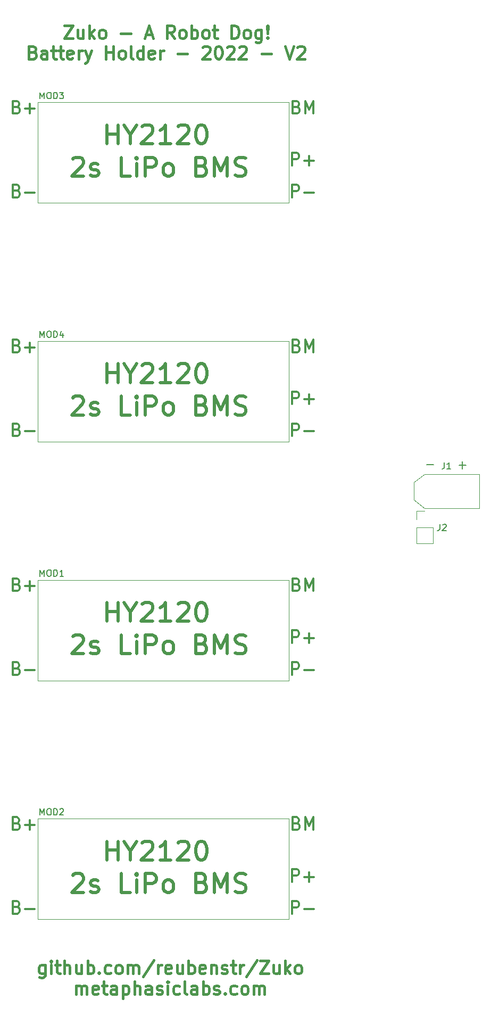
<source format=gbr>
%TF.GenerationSoftware,KiCad,Pcbnew,(6.0.1)*%
%TF.CreationDate,2022-02-05T20:25:37-05:00*%
%TF.ProjectId,battery-board,62617474-6572-4792-9d62-6f6172642e6b,rev?*%
%TF.SameCoordinates,Original*%
%TF.FileFunction,Legend,Top*%
%TF.FilePolarity,Positive*%
%FSLAX46Y46*%
G04 Gerber Fmt 4.6, Leading zero omitted, Abs format (unit mm)*
G04 Created by KiCad (PCBNEW (6.0.1)) date 2022-02-05 20:25:37*
%MOMM*%
%LPD*%
G01*
G04 APERTURE LIST*
%ADD10C,0.381000*%
%ADD11C,0.150000*%
%ADD12C,0.300000*%
%ADD13C,0.500000*%
%ADD14C,0.120000*%
G04 APERTURE END LIST*
D10*
X28617047Y-152414571D02*
X28617047Y-154059523D01*
X28520285Y-154253047D01*
X28423523Y-154349809D01*
X28229999Y-154446571D01*
X27939714Y-154446571D01*
X27746190Y-154349809D01*
X28617047Y-153672476D02*
X28423523Y-153769238D01*
X28036476Y-153769238D01*
X27842952Y-153672476D01*
X27746190Y-153575714D01*
X27649428Y-153382190D01*
X27649428Y-152801619D01*
X27746190Y-152608095D01*
X27842952Y-152511333D01*
X28036476Y-152414571D01*
X28423523Y-152414571D01*
X28617047Y-152511333D01*
X29584666Y-153769238D02*
X29584666Y-152414571D01*
X29584666Y-151737238D02*
X29487904Y-151834000D01*
X29584666Y-151930761D01*
X29681428Y-151834000D01*
X29584666Y-151737238D01*
X29584666Y-151930761D01*
X30261999Y-152414571D02*
X31036095Y-152414571D01*
X30552285Y-151737238D02*
X30552285Y-153478952D01*
X30649047Y-153672476D01*
X30842571Y-153769238D01*
X31036095Y-153769238D01*
X31713428Y-153769238D02*
X31713428Y-151737238D01*
X32584285Y-153769238D02*
X32584285Y-152704857D01*
X32487523Y-152511333D01*
X32293999Y-152414571D01*
X32003714Y-152414571D01*
X31810190Y-152511333D01*
X31713428Y-152608095D01*
X34422761Y-152414571D02*
X34422761Y-153769238D01*
X33551904Y-152414571D02*
X33551904Y-153478952D01*
X33648666Y-153672476D01*
X33842190Y-153769238D01*
X34132476Y-153769238D01*
X34325999Y-153672476D01*
X34422761Y-153575714D01*
X35390380Y-153769238D02*
X35390380Y-151737238D01*
X35390380Y-152511333D02*
X35583904Y-152414571D01*
X35970952Y-152414571D01*
X36164476Y-152511333D01*
X36261238Y-152608095D01*
X36357999Y-152801619D01*
X36357999Y-153382190D01*
X36261238Y-153575714D01*
X36164476Y-153672476D01*
X35970952Y-153769238D01*
X35583904Y-153769238D01*
X35390380Y-153672476D01*
X37228857Y-153575714D02*
X37325619Y-153672476D01*
X37228857Y-153769238D01*
X37132095Y-153672476D01*
X37228857Y-153575714D01*
X37228857Y-153769238D01*
X39067333Y-153672476D02*
X38873809Y-153769238D01*
X38486761Y-153769238D01*
X38293238Y-153672476D01*
X38196476Y-153575714D01*
X38099714Y-153382190D01*
X38099714Y-152801619D01*
X38196476Y-152608095D01*
X38293238Y-152511333D01*
X38486761Y-152414571D01*
X38873809Y-152414571D01*
X39067333Y-152511333D01*
X40228476Y-153769238D02*
X40034952Y-153672476D01*
X39938190Y-153575714D01*
X39841428Y-153382190D01*
X39841428Y-152801619D01*
X39938190Y-152608095D01*
X40034952Y-152511333D01*
X40228476Y-152414571D01*
X40518761Y-152414571D01*
X40712285Y-152511333D01*
X40809047Y-152608095D01*
X40905809Y-152801619D01*
X40905809Y-153382190D01*
X40809047Y-153575714D01*
X40712285Y-153672476D01*
X40518761Y-153769238D01*
X40228476Y-153769238D01*
X41776666Y-153769238D02*
X41776666Y-152414571D01*
X41776666Y-152608095D02*
X41873428Y-152511333D01*
X42066952Y-152414571D01*
X42357238Y-152414571D01*
X42550761Y-152511333D01*
X42647523Y-152704857D01*
X42647523Y-153769238D01*
X42647523Y-152704857D02*
X42744285Y-152511333D01*
X42937809Y-152414571D01*
X43228095Y-152414571D01*
X43421619Y-152511333D01*
X43518380Y-152704857D01*
X43518380Y-153769238D01*
X45937428Y-151640476D02*
X44195714Y-154253047D01*
X46614761Y-153769238D02*
X46614761Y-152414571D01*
X46614761Y-152801619D02*
X46711523Y-152608095D01*
X46808285Y-152511333D01*
X47001809Y-152414571D01*
X47195333Y-152414571D01*
X48646761Y-153672476D02*
X48453238Y-153769238D01*
X48066190Y-153769238D01*
X47872666Y-153672476D01*
X47775904Y-153478952D01*
X47775904Y-152704857D01*
X47872666Y-152511333D01*
X48066190Y-152414571D01*
X48453238Y-152414571D01*
X48646761Y-152511333D01*
X48743523Y-152704857D01*
X48743523Y-152898380D01*
X47775904Y-153091904D01*
X50485238Y-152414571D02*
X50485238Y-153769238D01*
X49614380Y-152414571D02*
X49614380Y-153478952D01*
X49711142Y-153672476D01*
X49904666Y-153769238D01*
X50194952Y-153769238D01*
X50388476Y-153672476D01*
X50485238Y-153575714D01*
X51452857Y-153769238D02*
X51452857Y-151737238D01*
X51452857Y-152511333D02*
X51646380Y-152414571D01*
X52033428Y-152414571D01*
X52226952Y-152511333D01*
X52323714Y-152608095D01*
X52420476Y-152801619D01*
X52420476Y-153382190D01*
X52323714Y-153575714D01*
X52226952Y-153672476D01*
X52033428Y-153769238D01*
X51646380Y-153769238D01*
X51452857Y-153672476D01*
X54065428Y-153672476D02*
X53871904Y-153769238D01*
X53484857Y-153769238D01*
X53291333Y-153672476D01*
X53194571Y-153478952D01*
X53194571Y-152704857D01*
X53291333Y-152511333D01*
X53484857Y-152414571D01*
X53871904Y-152414571D01*
X54065428Y-152511333D01*
X54162190Y-152704857D01*
X54162190Y-152898380D01*
X53194571Y-153091904D01*
X55033047Y-152414571D02*
X55033047Y-153769238D01*
X55033047Y-152608095D02*
X55129809Y-152511333D01*
X55323333Y-152414571D01*
X55613619Y-152414571D01*
X55807142Y-152511333D01*
X55903904Y-152704857D01*
X55903904Y-153769238D01*
X56774761Y-153672476D02*
X56968285Y-153769238D01*
X57355333Y-153769238D01*
X57548857Y-153672476D01*
X57645619Y-153478952D01*
X57645619Y-153382190D01*
X57548857Y-153188666D01*
X57355333Y-153091904D01*
X57065047Y-153091904D01*
X56871523Y-152995142D01*
X56774761Y-152801619D01*
X56774761Y-152704857D01*
X56871523Y-152511333D01*
X57065047Y-152414571D01*
X57355333Y-152414571D01*
X57548857Y-152511333D01*
X58226190Y-152414571D02*
X59000285Y-152414571D01*
X58516476Y-151737238D02*
X58516476Y-153478952D01*
X58613238Y-153672476D01*
X58806761Y-153769238D01*
X59000285Y-153769238D01*
X59677619Y-153769238D02*
X59677619Y-152414571D01*
X59677619Y-152801619D02*
X59774380Y-152608095D01*
X59871142Y-152511333D01*
X60064666Y-152414571D01*
X60258190Y-152414571D01*
X62386952Y-151640476D02*
X60645238Y-154253047D01*
X62870761Y-151737238D02*
X64225428Y-151737238D01*
X62870761Y-153769238D01*
X64225428Y-153769238D01*
X65870380Y-152414571D02*
X65870380Y-153769238D01*
X64999523Y-152414571D02*
X64999523Y-153478952D01*
X65096285Y-153672476D01*
X65289809Y-153769238D01*
X65580095Y-153769238D01*
X65773619Y-153672476D01*
X65870380Y-153575714D01*
X66837999Y-153769238D02*
X66837999Y-151737238D01*
X67031523Y-152995142D02*
X67612095Y-153769238D01*
X67612095Y-152414571D02*
X66837999Y-153188666D01*
X68773238Y-153769238D02*
X68579714Y-153672476D01*
X68482952Y-153575714D01*
X68386190Y-153382190D01*
X68386190Y-152801619D01*
X68482952Y-152608095D01*
X68579714Y-152511333D01*
X68773238Y-152414571D01*
X69063523Y-152414571D01*
X69257047Y-152511333D01*
X69353809Y-152608095D01*
X69450571Y-152801619D01*
X69450571Y-153382190D01*
X69353809Y-153575714D01*
X69257047Y-153672476D01*
X69063523Y-153769238D01*
X68773238Y-153769238D01*
X33551904Y-157040758D02*
X33551904Y-155686091D01*
X33551904Y-155879615D02*
X33648666Y-155782853D01*
X33842190Y-155686091D01*
X34132476Y-155686091D01*
X34326000Y-155782853D01*
X34422761Y-155976377D01*
X34422761Y-157040758D01*
X34422761Y-155976377D02*
X34519523Y-155782853D01*
X34713047Y-155686091D01*
X35003333Y-155686091D01*
X35196857Y-155782853D01*
X35293619Y-155976377D01*
X35293619Y-157040758D01*
X37035333Y-156943996D02*
X36841809Y-157040758D01*
X36454761Y-157040758D01*
X36261238Y-156943996D01*
X36164476Y-156750472D01*
X36164476Y-155976377D01*
X36261238Y-155782853D01*
X36454761Y-155686091D01*
X36841809Y-155686091D01*
X37035333Y-155782853D01*
X37132095Y-155976377D01*
X37132095Y-156169900D01*
X36164476Y-156363424D01*
X37712666Y-155686091D02*
X38486761Y-155686091D01*
X38002952Y-155008758D02*
X38002952Y-156750472D01*
X38099714Y-156943996D01*
X38293238Y-157040758D01*
X38486761Y-157040758D01*
X40034952Y-157040758D02*
X40034952Y-155976377D01*
X39938190Y-155782853D01*
X39744666Y-155686091D01*
X39357619Y-155686091D01*
X39164095Y-155782853D01*
X40034952Y-156943996D02*
X39841428Y-157040758D01*
X39357619Y-157040758D01*
X39164095Y-156943996D01*
X39067333Y-156750472D01*
X39067333Y-156556948D01*
X39164095Y-156363424D01*
X39357619Y-156266662D01*
X39841428Y-156266662D01*
X40034952Y-156169900D01*
X41002571Y-155686091D02*
X41002571Y-157718091D01*
X41002571Y-155782853D02*
X41196095Y-155686091D01*
X41583142Y-155686091D01*
X41776666Y-155782853D01*
X41873428Y-155879615D01*
X41970190Y-156073139D01*
X41970190Y-156653710D01*
X41873428Y-156847234D01*
X41776666Y-156943996D01*
X41583142Y-157040758D01*
X41196095Y-157040758D01*
X41002571Y-156943996D01*
X42841047Y-157040758D02*
X42841047Y-155008758D01*
X43711904Y-157040758D02*
X43711904Y-155976377D01*
X43615142Y-155782853D01*
X43421619Y-155686091D01*
X43131333Y-155686091D01*
X42937809Y-155782853D01*
X42841047Y-155879615D01*
X45550380Y-157040758D02*
X45550380Y-155976377D01*
X45453619Y-155782853D01*
X45260095Y-155686091D01*
X44873047Y-155686091D01*
X44679523Y-155782853D01*
X45550380Y-156943996D02*
X45356857Y-157040758D01*
X44873047Y-157040758D01*
X44679523Y-156943996D01*
X44582761Y-156750472D01*
X44582761Y-156556948D01*
X44679523Y-156363424D01*
X44873047Y-156266662D01*
X45356857Y-156266662D01*
X45550380Y-156169900D01*
X46421238Y-156943996D02*
X46614761Y-157040758D01*
X47001809Y-157040758D01*
X47195333Y-156943996D01*
X47292095Y-156750472D01*
X47292095Y-156653710D01*
X47195333Y-156460186D01*
X47001809Y-156363424D01*
X46711523Y-156363424D01*
X46518000Y-156266662D01*
X46421238Y-156073139D01*
X46421238Y-155976377D01*
X46518000Y-155782853D01*
X46711523Y-155686091D01*
X47001809Y-155686091D01*
X47195333Y-155782853D01*
X48162952Y-157040758D02*
X48162952Y-155686091D01*
X48162952Y-155008758D02*
X48066190Y-155105520D01*
X48162952Y-155202281D01*
X48259714Y-155105520D01*
X48162952Y-155008758D01*
X48162952Y-155202281D01*
X50001428Y-156943996D02*
X49807904Y-157040758D01*
X49420857Y-157040758D01*
X49227333Y-156943996D01*
X49130571Y-156847234D01*
X49033809Y-156653710D01*
X49033809Y-156073139D01*
X49130571Y-155879615D01*
X49227333Y-155782853D01*
X49420857Y-155686091D01*
X49807904Y-155686091D01*
X50001428Y-155782853D01*
X51162571Y-157040758D02*
X50969047Y-156943996D01*
X50872285Y-156750472D01*
X50872285Y-155008758D01*
X52807523Y-157040758D02*
X52807523Y-155976377D01*
X52710761Y-155782853D01*
X52517238Y-155686091D01*
X52130190Y-155686091D01*
X51936666Y-155782853D01*
X52807523Y-156943996D02*
X52614000Y-157040758D01*
X52130190Y-157040758D01*
X51936666Y-156943996D01*
X51839904Y-156750472D01*
X51839904Y-156556948D01*
X51936666Y-156363424D01*
X52130190Y-156266662D01*
X52614000Y-156266662D01*
X52807523Y-156169900D01*
X53775142Y-157040758D02*
X53775142Y-155008758D01*
X53775142Y-155782853D02*
X53968666Y-155686091D01*
X54355714Y-155686091D01*
X54549238Y-155782853D01*
X54646000Y-155879615D01*
X54742761Y-156073139D01*
X54742761Y-156653710D01*
X54646000Y-156847234D01*
X54549238Y-156943996D01*
X54355714Y-157040758D01*
X53968666Y-157040758D01*
X53775142Y-156943996D01*
X55516857Y-156943996D02*
X55710380Y-157040758D01*
X56097428Y-157040758D01*
X56290952Y-156943996D01*
X56387714Y-156750472D01*
X56387714Y-156653710D01*
X56290952Y-156460186D01*
X56097428Y-156363424D01*
X55807142Y-156363424D01*
X55613619Y-156266662D01*
X55516857Y-156073139D01*
X55516857Y-155976377D01*
X55613619Y-155782853D01*
X55807142Y-155686091D01*
X56097428Y-155686091D01*
X56290952Y-155782853D01*
X57258571Y-156847234D02*
X57355333Y-156943996D01*
X57258571Y-157040758D01*
X57161809Y-156943996D01*
X57258571Y-156847234D01*
X57258571Y-157040758D01*
X59097047Y-156943996D02*
X58903523Y-157040758D01*
X58516476Y-157040758D01*
X58322952Y-156943996D01*
X58226190Y-156847234D01*
X58129428Y-156653710D01*
X58129428Y-156073139D01*
X58226190Y-155879615D01*
X58322952Y-155782853D01*
X58516476Y-155686091D01*
X58903523Y-155686091D01*
X59097047Y-155782853D01*
X60258190Y-157040758D02*
X60064666Y-156943996D01*
X59967904Y-156847234D01*
X59871142Y-156653710D01*
X59871142Y-156073139D01*
X59967904Y-155879615D01*
X60064666Y-155782853D01*
X60258190Y-155686091D01*
X60548476Y-155686091D01*
X60742000Y-155782853D01*
X60838761Y-155879615D01*
X60935523Y-156073139D01*
X60935523Y-156653710D01*
X60838761Y-156847234D01*
X60742000Y-156943996D01*
X60548476Y-157040758D01*
X60258190Y-157040758D01*
X61806380Y-157040758D02*
X61806380Y-155686091D01*
X61806380Y-155879615D02*
X61903142Y-155782853D01*
X62096666Y-155686091D01*
X62386952Y-155686091D01*
X62580476Y-155782853D01*
X62677238Y-155976377D01*
X62677238Y-157040758D01*
X62677238Y-155976377D02*
X62774000Y-155782853D01*
X62967523Y-155686091D01*
X63257809Y-155686091D01*
X63451333Y-155782853D01*
X63548095Y-155976377D01*
X63548095Y-157040758D01*
X31694000Y-2951478D02*
X33048666Y-2951478D01*
X31694000Y-4983478D01*
X33048666Y-4983478D01*
X34693619Y-3628811D02*
X34693619Y-4983478D01*
X33822761Y-3628811D02*
X33822761Y-4693192D01*
X33919523Y-4886716D01*
X34113047Y-4983478D01*
X34403333Y-4983478D01*
X34596857Y-4886716D01*
X34693619Y-4789954D01*
X35661238Y-4983478D02*
X35661238Y-2951478D01*
X35854761Y-4209382D02*
X36435333Y-4983478D01*
X36435333Y-3628811D02*
X35661238Y-4402906D01*
X37596476Y-4983478D02*
X37402952Y-4886716D01*
X37306190Y-4789954D01*
X37209428Y-4596430D01*
X37209428Y-4015859D01*
X37306190Y-3822335D01*
X37402952Y-3725573D01*
X37596476Y-3628811D01*
X37886761Y-3628811D01*
X38080285Y-3725573D01*
X38177047Y-3822335D01*
X38273809Y-4015859D01*
X38273809Y-4596430D01*
X38177047Y-4789954D01*
X38080285Y-4886716D01*
X37886761Y-4983478D01*
X37596476Y-4983478D01*
X40692857Y-4209382D02*
X42241047Y-4209382D01*
X44660095Y-4402906D02*
X45627714Y-4402906D01*
X44466571Y-4983478D02*
X45143904Y-2951478D01*
X45821238Y-4983478D01*
X49207904Y-4983478D02*
X48530571Y-4015859D01*
X48046761Y-4983478D02*
X48046761Y-2951478D01*
X48820857Y-2951478D01*
X49014380Y-3048240D01*
X49111142Y-3145001D01*
X49207904Y-3338525D01*
X49207904Y-3628811D01*
X49111142Y-3822335D01*
X49014380Y-3919097D01*
X48820857Y-4015859D01*
X48046761Y-4015859D01*
X50369047Y-4983478D02*
X50175523Y-4886716D01*
X50078761Y-4789954D01*
X49982000Y-4596430D01*
X49982000Y-4015859D01*
X50078761Y-3822335D01*
X50175523Y-3725573D01*
X50369047Y-3628811D01*
X50659333Y-3628811D01*
X50852857Y-3725573D01*
X50949619Y-3822335D01*
X51046380Y-4015859D01*
X51046380Y-4596430D01*
X50949619Y-4789954D01*
X50852857Y-4886716D01*
X50659333Y-4983478D01*
X50369047Y-4983478D01*
X51917238Y-4983478D02*
X51917238Y-2951478D01*
X51917238Y-3725573D02*
X52110761Y-3628811D01*
X52497809Y-3628811D01*
X52691333Y-3725573D01*
X52788095Y-3822335D01*
X52884857Y-4015859D01*
X52884857Y-4596430D01*
X52788095Y-4789954D01*
X52691333Y-4886716D01*
X52497809Y-4983478D01*
X52110761Y-4983478D01*
X51917238Y-4886716D01*
X54046000Y-4983478D02*
X53852476Y-4886716D01*
X53755714Y-4789954D01*
X53658952Y-4596430D01*
X53658952Y-4015859D01*
X53755714Y-3822335D01*
X53852476Y-3725573D01*
X54046000Y-3628811D01*
X54336285Y-3628811D01*
X54529809Y-3725573D01*
X54626571Y-3822335D01*
X54723333Y-4015859D01*
X54723333Y-4596430D01*
X54626571Y-4789954D01*
X54529809Y-4886716D01*
X54336285Y-4983478D01*
X54046000Y-4983478D01*
X55303904Y-3628811D02*
X56078000Y-3628811D01*
X55594190Y-2951478D02*
X55594190Y-4693192D01*
X55690952Y-4886716D01*
X55884476Y-4983478D01*
X56078000Y-4983478D01*
X58303523Y-4983478D02*
X58303523Y-2951478D01*
X58787333Y-2951478D01*
X59077619Y-3048240D01*
X59271142Y-3241763D01*
X59367904Y-3435287D01*
X59464666Y-3822335D01*
X59464666Y-4112620D01*
X59367904Y-4499668D01*
X59271142Y-4693192D01*
X59077619Y-4886716D01*
X58787333Y-4983478D01*
X58303523Y-4983478D01*
X60625809Y-4983478D02*
X60432285Y-4886716D01*
X60335523Y-4789954D01*
X60238761Y-4596430D01*
X60238761Y-4015859D01*
X60335523Y-3822335D01*
X60432285Y-3725573D01*
X60625809Y-3628811D01*
X60916095Y-3628811D01*
X61109619Y-3725573D01*
X61206380Y-3822335D01*
X61303142Y-4015859D01*
X61303142Y-4596430D01*
X61206380Y-4789954D01*
X61109619Y-4886716D01*
X60916095Y-4983478D01*
X60625809Y-4983478D01*
X63044857Y-3628811D02*
X63044857Y-5273763D01*
X62948095Y-5467287D01*
X62851333Y-5564049D01*
X62657809Y-5660811D01*
X62367523Y-5660811D01*
X62174000Y-5564049D01*
X63044857Y-4886716D02*
X62851333Y-4983478D01*
X62464285Y-4983478D01*
X62270761Y-4886716D01*
X62174000Y-4789954D01*
X62077238Y-4596430D01*
X62077238Y-4015859D01*
X62174000Y-3822335D01*
X62270761Y-3725573D01*
X62464285Y-3628811D01*
X62851333Y-3628811D01*
X63044857Y-3725573D01*
X64012476Y-4789954D02*
X64109238Y-4886716D01*
X64012476Y-4983478D01*
X63915714Y-4886716D01*
X64012476Y-4789954D01*
X64012476Y-4983478D01*
X64012476Y-4209382D02*
X63915714Y-3048240D01*
X64012476Y-2951478D01*
X64109238Y-3048240D01*
X64012476Y-4209382D01*
X64012476Y-2951478D01*
X26710761Y-7190617D02*
X27001047Y-7287379D01*
X27097809Y-7384140D01*
X27194571Y-7577664D01*
X27194571Y-7867950D01*
X27097809Y-8061474D01*
X27001047Y-8158236D01*
X26807523Y-8254998D01*
X26033428Y-8254998D01*
X26033428Y-6222998D01*
X26710761Y-6222998D01*
X26904285Y-6319760D01*
X27001047Y-6416521D01*
X27097809Y-6610045D01*
X27097809Y-6803569D01*
X27001047Y-6997093D01*
X26904285Y-7093855D01*
X26710761Y-7190617D01*
X26033428Y-7190617D01*
X28936285Y-8254998D02*
X28936285Y-7190617D01*
X28839523Y-6997093D01*
X28645999Y-6900331D01*
X28258952Y-6900331D01*
X28065428Y-6997093D01*
X28936285Y-8158236D02*
X28742761Y-8254998D01*
X28258952Y-8254998D01*
X28065428Y-8158236D01*
X27968666Y-7964712D01*
X27968666Y-7771188D01*
X28065428Y-7577664D01*
X28258952Y-7480902D01*
X28742761Y-7480902D01*
X28936285Y-7384140D01*
X29613619Y-6900331D02*
X30387714Y-6900331D01*
X29903904Y-6222998D02*
X29903904Y-7964712D01*
X30000666Y-8158236D01*
X30194190Y-8254998D01*
X30387714Y-8254998D01*
X30774761Y-6900331D02*
X31548857Y-6900331D01*
X31065047Y-6222998D02*
X31065047Y-7964712D01*
X31161809Y-8158236D01*
X31355333Y-8254998D01*
X31548857Y-8254998D01*
X33000285Y-8158236D02*
X32806761Y-8254998D01*
X32419714Y-8254998D01*
X32226190Y-8158236D01*
X32129428Y-7964712D01*
X32129428Y-7190617D01*
X32226190Y-6997093D01*
X32419714Y-6900331D01*
X32806761Y-6900331D01*
X33000285Y-6997093D01*
X33097047Y-7190617D01*
X33097047Y-7384140D01*
X32129428Y-7577664D01*
X33967904Y-8254998D02*
X33967904Y-6900331D01*
X33967904Y-7287379D02*
X34064666Y-7093855D01*
X34161428Y-6997093D01*
X34354952Y-6900331D01*
X34548476Y-6900331D01*
X35032285Y-6900331D02*
X35516095Y-8254998D01*
X35999904Y-6900331D02*
X35516095Y-8254998D01*
X35322571Y-8738807D01*
X35225809Y-8835569D01*
X35032285Y-8932331D01*
X38322190Y-8254998D02*
X38322190Y-6222998D01*
X38322190Y-7190617D02*
X39483333Y-7190617D01*
X39483333Y-8254998D02*
X39483333Y-6222998D01*
X40741238Y-8254998D02*
X40547714Y-8158236D01*
X40450952Y-8061474D01*
X40354190Y-7867950D01*
X40354190Y-7287379D01*
X40450952Y-7093855D01*
X40547714Y-6997093D01*
X40741238Y-6900331D01*
X41031523Y-6900331D01*
X41225047Y-6997093D01*
X41321809Y-7093855D01*
X41418571Y-7287379D01*
X41418571Y-7867950D01*
X41321809Y-8061474D01*
X41225047Y-8158236D01*
X41031523Y-8254998D01*
X40741238Y-8254998D01*
X42579714Y-8254998D02*
X42386190Y-8158236D01*
X42289428Y-7964712D01*
X42289428Y-6222998D01*
X44224666Y-8254998D02*
X44224666Y-6222998D01*
X44224666Y-8158236D02*
X44031142Y-8254998D01*
X43644095Y-8254998D01*
X43450571Y-8158236D01*
X43353809Y-8061474D01*
X43257047Y-7867950D01*
X43257047Y-7287379D01*
X43353809Y-7093855D01*
X43450571Y-6997093D01*
X43644095Y-6900331D01*
X44031142Y-6900331D01*
X44224666Y-6997093D01*
X45966380Y-8158236D02*
X45772857Y-8254998D01*
X45385809Y-8254998D01*
X45192285Y-8158236D01*
X45095523Y-7964712D01*
X45095523Y-7190617D01*
X45192285Y-6997093D01*
X45385809Y-6900331D01*
X45772857Y-6900331D01*
X45966380Y-6997093D01*
X46063142Y-7190617D01*
X46063142Y-7384140D01*
X45095523Y-7577664D01*
X46934000Y-8254998D02*
X46934000Y-6900331D01*
X46934000Y-7287379D02*
X47030761Y-7093855D01*
X47127523Y-6997093D01*
X47321047Y-6900331D01*
X47514571Y-6900331D01*
X49740095Y-7480902D02*
X51288285Y-7480902D01*
X53707333Y-6416521D02*
X53804095Y-6319760D01*
X53997619Y-6222998D01*
X54481428Y-6222998D01*
X54674952Y-6319760D01*
X54771714Y-6416521D01*
X54868476Y-6610045D01*
X54868476Y-6803569D01*
X54771714Y-7093855D01*
X53610571Y-8254998D01*
X54868476Y-8254998D01*
X56126380Y-6222998D02*
X56319904Y-6222998D01*
X56513428Y-6319760D01*
X56610190Y-6416521D01*
X56706952Y-6610045D01*
X56803714Y-6997093D01*
X56803714Y-7480902D01*
X56706952Y-7867950D01*
X56610190Y-8061474D01*
X56513428Y-8158236D01*
X56319904Y-8254998D01*
X56126380Y-8254998D01*
X55932857Y-8158236D01*
X55836095Y-8061474D01*
X55739333Y-7867950D01*
X55642571Y-7480902D01*
X55642571Y-6997093D01*
X55739333Y-6610045D01*
X55836095Y-6416521D01*
X55932857Y-6319760D01*
X56126380Y-6222998D01*
X57577809Y-6416521D02*
X57674571Y-6319760D01*
X57868095Y-6222998D01*
X58351904Y-6222998D01*
X58545428Y-6319760D01*
X58642190Y-6416521D01*
X58738952Y-6610045D01*
X58738952Y-6803569D01*
X58642190Y-7093855D01*
X57481047Y-8254998D01*
X58738952Y-8254998D01*
X59513047Y-6416521D02*
X59609809Y-6319760D01*
X59803333Y-6222998D01*
X60287142Y-6222998D01*
X60480666Y-6319760D01*
X60577428Y-6416521D01*
X60674190Y-6610045D01*
X60674190Y-6803569D01*
X60577428Y-7093855D01*
X59416285Y-8254998D01*
X60674190Y-8254998D01*
X63093238Y-7480902D02*
X64641428Y-7480902D01*
X66866952Y-6222998D02*
X67544285Y-8254998D01*
X68221619Y-6222998D01*
X68802190Y-6416521D02*
X68898952Y-6319760D01*
X69092476Y-6222998D01*
X69576285Y-6222998D01*
X69769809Y-6319760D01*
X69866571Y-6416521D01*
X69963333Y-6610045D01*
X69963333Y-6803569D01*
X69866571Y-7093855D01*
X68705428Y-8254998D01*
X69963333Y-8254998D01*
D11*
%TO.C,MOD3*%
X27836665Y-14579880D02*
X27836665Y-13579880D01*
X28169999Y-14294166D01*
X28503332Y-13579880D01*
X28503332Y-14579880D01*
X29169999Y-13579880D02*
X29360475Y-13579880D01*
X29455713Y-13627500D01*
X29550951Y-13722738D01*
X29598570Y-13913214D01*
X29598570Y-14246547D01*
X29550951Y-14437023D01*
X29455713Y-14532261D01*
X29360475Y-14579880D01*
X29169999Y-14579880D01*
X29074760Y-14532261D01*
X28979522Y-14437023D01*
X28931903Y-14246547D01*
X28931903Y-13913214D01*
X28979522Y-13722738D01*
X29074760Y-13627500D01*
X29169999Y-13579880D01*
X30027141Y-14579880D02*
X30027141Y-13579880D01*
X30265237Y-13579880D01*
X30408094Y-13627500D01*
X30503332Y-13722738D01*
X30550951Y-13817976D01*
X30598570Y-14008452D01*
X30598570Y-14151309D01*
X30550951Y-14341785D01*
X30503332Y-14437023D01*
X30408094Y-14532261D01*
X30265237Y-14579880D01*
X30027141Y-14579880D01*
X30931903Y-13579880D02*
X31550951Y-13579880D01*
X31217618Y-13960833D01*
X31360475Y-13960833D01*
X31455713Y-14008452D01*
X31503332Y-14056071D01*
X31550951Y-14151309D01*
X31550951Y-14389404D01*
X31503332Y-14484642D01*
X31455713Y-14532261D01*
X31360475Y-14579880D01*
X31074760Y-14579880D01*
X30979522Y-14532261D01*
X30931903Y-14484642D01*
D12*
X68674999Y-15889642D02*
X68960713Y-15984880D01*
X69055951Y-16080119D01*
X69151189Y-16270595D01*
X69151189Y-16556309D01*
X69055951Y-16746785D01*
X68960713Y-16842023D01*
X68770237Y-16937261D01*
X68008332Y-16937261D01*
X68008332Y-14937261D01*
X68674999Y-14937261D01*
X68865475Y-15032500D01*
X68960713Y-15127738D01*
X69055951Y-15318214D01*
X69055951Y-15508690D01*
X68960713Y-15699166D01*
X68865475Y-15794404D01*
X68674999Y-15889642D01*
X68008332Y-15889642D01*
X70008332Y-16937261D02*
X70008332Y-14937261D01*
X70674999Y-16365833D01*
X71341665Y-14937261D01*
X71341665Y-16937261D01*
D13*
X38500656Y-21758442D02*
X38500656Y-18758442D01*
X38500656Y-20187014D02*
X40214941Y-20187014D01*
X40214941Y-21758442D02*
X40214941Y-18758442D01*
X42214941Y-20329871D02*
X42214941Y-21758442D01*
X41214941Y-18758442D02*
X42214941Y-20329871D01*
X43214941Y-18758442D01*
X44072084Y-19044157D02*
X44214941Y-18901300D01*
X44500656Y-18758442D01*
X45214941Y-18758442D01*
X45500656Y-18901300D01*
X45643513Y-19044157D01*
X45786370Y-19329871D01*
X45786370Y-19615585D01*
X45643513Y-20044157D01*
X43929227Y-21758442D01*
X45786370Y-21758442D01*
X48643513Y-21758442D02*
X46929227Y-21758442D01*
X47786370Y-21758442D02*
X47786370Y-18758442D01*
X47500656Y-19187014D01*
X47214941Y-19472728D01*
X46929227Y-19615585D01*
X49786370Y-19044157D02*
X49929227Y-18901300D01*
X50214941Y-18758442D01*
X50929227Y-18758442D01*
X51214941Y-18901300D01*
X51357799Y-19044157D01*
X51500656Y-19329871D01*
X51500656Y-19615585D01*
X51357799Y-20044157D01*
X49643513Y-21758442D01*
X51500656Y-21758442D01*
X53357799Y-18758442D02*
X53643513Y-18758442D01*
X53929227Y-18901300D01*
X54072084Y-19044157D01*
X54214941Y-19329871D01*
X54357799Y-19901300D01*
X54357799Y-20615585D01*
X54214941Y-21187014D01*
X54072084Y-21472728D01*
X53929227Y-21615585D01*
X53643513Y-21758442D01*
X53357799Y-21758442D01*
X53072084Y-21615585D01*
X52929227Y-21472728D01*
X52786370Y-21187014D01*
X52643513Y-20615585D01*
X52643513Y-19901300D01*
X52786370Y-19329871D01*
X52929227Y-19044157D01*
X53072084Y-18901300D01*
X53357799Y-18758442D01*
D12*
X24129760Y-15889642D02*
X24415475Y-15984880D01*
X24510713Y-16080119D01*
X24605951Y-16270595D01*
X24605951Y-16556309D01*
X24510713Y-16746785D01*
X24415475Y-16842023D01*
X24224999Y-16937261D01*
X23463094Y-16937261D01*
X23463094Y-14937261D01*
X24129760Y-14937261D01*
X24320237Y-15032500D01*
X24415475Y-15127738D01*
X24510713Y-15318214D01*
X24510713Y-15508690D01*
X24415475Y-15699166D01*
X24320237Y-15794404D01*
X24129760Y-15889642D01*
X23463094Y-15889642D01*
X25463094Y-16175357D02*
X26986903Y-16175357D01*
X26224999Y-16937261D02*
X26224999Y-15413452D01*
D13*
X33029284Y-24200357D02*
X33172141Y-24057500D01*
X33457856Y-23914642D01*
X34172141Y-23914642D01*
X34457856Y-24057500D01*
X34600713Y-24200357D01*
X34743570Y-24486071D01*
X34743570Y-24771785D01*
X34600713Y-25200357D01*
X32886427Y-26914642D01*
X34743570Y-26914642D01*
X35886427Y-26771785D02*
X36172141Y-26914642D01*
X36743570Y-26914642D01*
X37029284Y-26771785D01*
X37172141Y-26486071D01*
X37172141Y-26343214D01*
X37029284Y-26057500D01*
X36743570Y-25914642D01*
X36314999Y-25914642D01*
X36029284Y-25771785D01*
X35886427Y-25486071D01*
X35886427Y-25343214D01*
X36029284Y-25057500D01*
X36314999Y-24914642D01*
X36743570Y-24914642D01*
X37029284Y-25057500D01*
X42172141Y-26914642D02*
X40743570Y-26914642D01*
X40743570Y-23914642D01*
X43172141Y-26914642D02*
X43172141Y-24914642D01*
X43172141Y-23914642D02*
X43029284Y-24057500D01*
X43172141Y-24200357D01*
X43314999Y-24057500D01*
X43172141Y-23914642D01*
X43172141Y-24200357D01*
X44600713Y-26914642D02*
X44600713Y-23914642D01*
X45743570Y-23914642D01*
X46029284Y-24057500D01*
X46172141Y-24200357D01*
X46314999Y-24486071D01*
X46314999Y-24914642D01*
X46172141Y-25200357D01*
X46029284Y-25343214D01*
X45743570Y-25486071D01*
X44600713Y-25486071D01*
X48029284Y-26914642D02*
X47743570Y-26771785D01*
X47600713Y-26628928D01*
X47457856Y-26343214D01*
X47457856Y-25486071D01*
X47600713Y-25200357D01*
X47743570Y-25057500D01*
X48029284Y-24914642D01*
X48457856Y-24914642D01*
X48743570Y-25057500D01*
X48886427Y-25200357D01*
X49029284Y-25486071D01*
X49029284Y-26343214D01*
X48886427Y-26628928D01*
X48743570Y-26771785D01*
X48457856Y-26914642D01*
X48029284Y-26914642D01*
X53600713Y-25343214D02*
X54029284Y-25486071D01*
X54172141Y-25628928D01*
X54314999Y-25914642D01*
X54314999Y-26343214D01*
X54172141Y-26628928D01*
X54029284Y-26771785D01*
X53743570Y-26914642D01*
X52600713Y-26914642D01*
X52600713Y-23914642D01*
X53600713Y-23914642D01*
X53886427Y-24057500D01*
X54029284Y-24200357D01*
X54172141Y-24486071D01*
X54172141Y-24771785D01*
X54029284Y-25057500D01*
X53886427Y-25200357D01*
X53600713Y-25343214D01*
X52600713Y-25343214D01*
X55600713Y-26914642D02*
X55600713Y-23914642D01*
X56600713Y-26057500D01*
X57600713Y-23914642D01*
X57600713Y-26914642D01*
X58886427Y-26771785D02*
X59314999Y-26914642D01*
X60029284Y-26914642D01*
X60314999Y-26771785D01*
X60457856Y-26628928D01*
X60600713Y-26343214D01*
X60600713Y-26057500D01*
X60457856Y-25771785D01*
X60314999Y-25628928D01*
X60029284Y-25486071D01*
X59457856Y-25343214D01*
X59172141Y-25200357D01*
X59029284Y-25057500D01*
X58886427Y-24771785D01*
X58886427Y-24486071D01*
X59029284Y-24200357D01*
X59172141Y-24057500D01*
X59457856Y-23914642D01*
X60172141Y-23914642D01*
X60600713Y-24057500D01*
D12*
X67913094Y-30272261D02*
X67913094Y-28272261D01*
X68674999Y-28272261D01*
X68865475Y-28367500D01*
X68960713Y-28462738D01*
X69055951Y-28653214D01*
X69055951Y-28938928D01*
X68960713Y-29129404D01*
X68865475Y-29224642D01*
X68674999Y-29319880D01*
X67913094Y-29319880D01*
X69913094Y-29510357D02*
X71436903Y-29510357D01*
X24129760Y-29224642D02*
X24415475Y-29319880D01*
X24510713Y-29415119D01*
X24605951Y-29605595D01*
X24605951Y-29891309D01*
X24510713Y-30081785D01*
X24415475Y-30177023D01*
X24224999Y-30272261D01*
X23463094Y-30272261D01*
X23463094Y-28272261D01*
X24129760Y-28272261D01*
X24320237Y-28367500D01*
X24415475Y-28462738D01*
X24510713Y-28653214D01*
X24510713Y-28843690D01*
X24415475Y-29034166D01*
X24320237Y-29129404D01*
X24129760Y-29224642D01*
X23463094Y-29224642D01*
X25463094Y-29510357D02*
X26986903Y-29510357D01*
X67913094Y-25192261D02*
X67913094Y-23192261D01*
X68674999Y-23192261D01*
X68865475Y-23287500D01*
X68960713Y-23382738D01*
X69055951Y-23573214D01*
X69055951Y-23858928D01*
X68960713Y-24049404D01*
X68865475Y-24144642D01*
X68674999Y-24239880D01*
X67913094Y-24239880D01*
X69913094Y-24430357D02*
X71436903Y-24430357D01*
X70674999Y-25192261D02*
X70674999Y-23668452D01*
D11*
%TO.C,MOD2*%
X27836666Y-128529880D02*
X27836666Y-127529880D01*
X28170000Y-128244166D01*
X28503333Y-127529880D01*
X28503333Y-128529880D01*
X29170000Y-127529880D02*
X29360476Y-127529880D01*
X29455714Y-127577500D01*
X29550952Y-127672738D01*
X29598571Y-127863214D01*
X29598571Y-128196547D01*
X29550952Y-128387023D01*
X29455714Y-128482261D01*
X29360476Y-128529880D01*
X29170000Y-128529880D01*
X29074761Y-128482261D01*
X28979523Y-128387023D01*
X28931904Y-128196547D01*
X28931904Y-127863214D01*
X28979523Y-127672738D01*
X29074761Y-127577500D01*
X29170000Y-127529880D01*
X30027142Y-128529880D02*
X30027142Y-127529880D01*
X30265238Y-127529880D01*
X30408095Y-127577500D01*
X30503333Y-127672738D01*
X30550952Y-127767976D01*
X30598571Y-127958452D01*
X30598571Y-128101309D01*
X30550952Y-128291785D01*
X30503333Y-128387023D01*
X30408095Y-128482261D01*
X30265238Y-128529880D01*
X30027142Y-128529880D01*
X30979523Y-127625119D02*
X31027142Y-127577500D01*
X31122380Y-127529880D01*
X31360476Y-127529880D01*
X31455714Y-127577500D01*
X31503333Y-127625119D01*
X31550952Y-127720357D01*
X31550952Y-127815595D01*
X31503333Y-127958452D01*
X30931904Y-128529880D01*
X31550952Y-128529880D01*
D12*
X68675000Y-129839642D02*
X68960714Y-129934880D01*
X69055952Y-130030119D01*
X69151190Y-130220595D01*
X69151190Y-130506309D01*
X69055952Y-130696785D01*
X68960714Y-130792023D01*
X68770238Y-130887261D01*
X68008333Y-130887261D01*
X68008333Y-128887261D01*
X68675000Y-128887261D01*
X68865476Y-128982500D01*
X68960714Y-129077738D01*
X69055952Y-129268214D01*
X69055952Y-129458690D01*
X68960714Y-129649166D01*
X68865476Y-129744404D01*
X68675000Y-129839642D01*
X68008333Y-129839642D01*
X70008333Y-130887261D02*
X70008333Y-128887261D01*
X70675000Y-130315833D01*
X71341666Y-128887261D01*
X71341666Y-130887261D01*
D13*
X38500657Y-135708442D02*
X38500657Y-132708442D01*
X38500657Y-134137014D02*
X40214942Y-134137014D01*
X40214942Y-135708442D02*
X40214942Y-132708442D01*
X42214942Y-134279871D02*
X42214942Y-135708442D01*
X41214942Y-132708442D02*
X42214942Y-134279871D01*
X43214942Y-132708442D01*
X44072085Y-132994157D02*
X44214942Y-132851300D01*
X44500657Y-132708442D01*
X45214942Y-132708442D01*
X45500657Y-132851300D01*
X45643514Y-132994157D01*
X45786371Y-133279871D01*
X45786371Y-133565585D01*
X45643514Y-133994157D01*
X43929228Y-135708442D01*
X45786371Y-135708442D01*
X48643514Y-135708442D02*
X46929228Y-135708442D01*
X47786371Y-135708442D02*
X47786371Y-132708442D01*
X47500657Y-133137014D01*
X47214942Y-133422728D01*
X46929228Y-133565585D01*
X49786371Y-132994157D02*
X49929228Y-132851300D01*
X50214942Y-132708442D01*
X50929228Y-132708442D01*
X51214942Y-132851300D01*
X51357800Y-132994157D01*
X51500657Y-133279871D01*
X51500657Y-133565585D01*
X51357800Y-133994157D01*
X49643514Y-135708442D01*
X51500657Y-135708442D01*
X53357800Y-132708442D02*
X53643514Y-132708442D01*
X53929228Y-132851300D01*
X54072085Y-132994157D01*
X54214942Y-133279871D01*
X54357800Y-133851300D01*
X54357800Y-134565585D01*
X54214942Y-135137014D01*
X54072085Y-135422728D01*
X53929228Y-135565585D01*
X53643514Y-135708442D01*
X53357800Y-135708442D01*
X53072085Y-135565585D01*
X52929228Y-135422728D01*
X52786371Y-135137014D01*
X52643514Y-134565585D01*
X52643514Y-133851300D01*
X52786371Y-133279871D01*
X52929228Y-132994157D01*
X53072085Y-132851300D01*
X53357800Y-132708442D01*
D12*
X24129761Y-129839642D02*
X24415476Y-129934880D01*
X24510714Y-130030119D01*
X24605952Y-130220595D01*
X24605952Y-130506309D01*
X24510714Y-130696785D01*
X24415476Y-130792023D01*
X24225000Y-130887261D01*
X23463095Y-130887261D01*
X23463095Y-128887261D01*
X24129761Y-128887261D01*
X24320238Y-128982500D01*
X24415476Y-129077738D01*
X24510714Y-129268214D01*
X24510714Y-129458690D01*
X24415476Y-129649166D01*
X24320238Y-129744404D01*
X24129761Y-129839642D01*
X23463095Y-129839642D01*
X25463095Y-130125357D02*
X26986904Y-130125357D01*
X26225000Y-130887261D02*
X26225000Y-129363452D01*
D13*
X33029285Y-138150357D02*
X33172142Y-138007500D01*
X33457857Y-137864642D01*
X34172142Y-137864642D01*
X34457857Y-138007500D01*
X34600714Y-138150357D01*
X34743571Y-138436071D01*
X34743571Y-138721785D01*
X34600714Y-139150357D01*
X32886428Y-140864642D01*
X34743571Y-140864642D01*
X35886428Y-140721785D02*
X36172142Y-140864642D01*
X36743571Y-140864642D01*
X37029285Y-140721785D01*
X37172142Y-140436071D01*
X37172142Y-140293214D01*
X37029285Y-140007500D01*
X36743571Y-139864642D01*
X36315000Y-139864642D01*
X36029285Y-139721785D01*
X35886428Y-139436071D01*
X35886428Y-139293214D01*
X36029285Y-139007500D01*
X36315000Y-138864642D01*
X36743571Y-138864642D01*
X37029285Y-139007500D01*
X42172142Y-140864642D02*
X40743571Y-140864642D01*
X40743571Y-137864642D01*
X43172142Y-140864642D02*
X43172142Y-138864642D01*
X43172142Y-137864642D02*
X43029285Y-138007500D01*
X43172142Y-138150357D01*
X43315000Y-138007500D01*
X43172142Y-137864642D01*
X43172142Y-138150357D01*
X44600714Y-140864642D02*
X44600714Y-137864642D01*
X45743571Y-137864642D01*
X46029285Y-138007500D01*
X46172142Y-138150357D01*
X46315000Y-138436071D01*
X46315000Y-138864642D01*
X46172142Y-139150357D01*
X46029285Y-139293214D01*
X45743571Y-139436071D01*
X44600714Y-139436071D01*
X48029285Y-140864642D02*
X47743571Y-140721785D01*
X47600714Y-140578928D01*
X47457857Y-140293214D01*
X47457857Y-139436071D01*
X47600714Y-139150357D01*
X47743571Y-139007500D01*
X48029285Y-138864642D01*
X48457857Y-138864642D01*
X48743571Y-139007500D01*
X48886428Y-139150357D01*
X49029285Y-139436071D01*
X49029285Y-140293214D01*
X48886428Y-140578928D01*
X48743571Y-140721785D01*
X48457857Y-140864642D01*
X48029285Y-140864642D01*
X53600714Y-139293214D02*
X54029285Y-139436071D01*
X54172142Y-139578928D01*
X54315000Y-139864642D01*
X54315000Y-140293214D01*
X54172142Y-140578928D01*
X54029285Y-140721785D01*
X53743571Y-140864642D01*
X52600714Y-140864642D01*
X52600714Y-137864642D01*
X53600714Y-137864642D01*
X53886428Y-138007500D01*
X54029285Y-138150357D01*
X54172142Y-138436071D01*
X54172142Y-138721785D01*
X54029285Y-139007500D01*
X53886428Y-139150357D01*
X53600714Y-139293214D01*
X52600714Y-139293214D01*
X55600714Y-140864642D02*
X55600714Y-137864642D01*
X56600714Y-140007500D01*
X57600714Y-137864642D01*
X57600714Y-140864642D01*
X58886428Y-140721785D02*
X59315000Y-140864642D01*
X60029285Y-140864642D01*
X60315000Y-140721785D01*
X60457857Y-140578928D01*
X60600714Y-140293214D01*
X60600714Y-140007500D01*
X60457857Y-139721785D01*
X60315000Y-139578928D01*
X60029285Y-139436071D01*
X59457857Y-139293214D01*
X59172142Y-139150357D01*
X59029285Y-139007500D01*
X58886428Y-138721785D01*
X58886428Y-138436071D01*
X59029285Y-138150357D01*
X59172142Y-138007500D01*
X59457857Y-137864642D01*
X60172142Y-137864642D01*
X60600714Y-138007500D01*
D12*
X67913095Y-144222261D02*
X67913095Y-142222261D01*
X68675000Y-142222261D01*
X68865476Y-142317500D01*
X68960714Y-142412738D01*
X69055952Y-142603214D01*
X69055952Y-142888928D01*
X68960714Y-143079404D01*
X68865476Y-143174642D01*
X68675000Y-143269880D01*
X67913095Y-143269880D01*
X69913095Y-143460357D02*
X71436904Y-143460357D01*
X24129761Y-143174642D02*
X24415476Y-143269880D01*
X24510714Y-143365119D01*
X24605952Y-143555595D01*
X24605952Y-143841309D01*
X24510714Y-144031785D01*
X24415476Y-144127023D01*
X24225000Y-144222261D01*
X23463095Y-144222261D01*
X23463095Y-142222261D01*
X24129761Y-142222261D01*
X24320238Y-142317500D01*
X24415476Y-142412738D01*
X24510714Y-142603214D01*
X24510714Y-142793690D01*
X24415476Y-142984166D01*
X24320238Y-143079404D01*
X24129761Y-143174642D01*
X23463095Y-143174642D01*
X25463095Y-143460357D02*
X26986904Y-143460357D01*
X67913095Y-139142261D02*
X67913095Y-137142261D01*
X68675000Y-137142261D01*
X68865476Y-137237500D01*
X68960714Y-137332738D01*
X69055952Y-137523214D01*
X69055952Y-137808928D01*
X68960714Y-137999404D01*
X68865476Y-138094642D01*
X68675000Y-138189880D01*
X67913095Y-138189880D01*
X69913095Y-138380357D02*
X71436904Y-138380357D01*
X70675000Y-139142261D02*
X70675000Y-137618452D01*
D11*
%TO.C,MOD1*%
X27836666Y-90546546D02*
X27836666Y-89546546D01*
X28170000Y-90260832D01*
X28503333Y-89546546D01*
X28503333Y-90546546D01*
X29170000Y-89546546D02*
X29360476Y-89546546D01*
X29455714Y-89594166D01*
X29550952Y-89689404D01*
X29598571Y-89879880D01*
X29598571Y-90213213D01*
X29550952Y-90403689D01*
X29455714Y-90498927D01*
X29360476Y-90546546D01*
X29170000Y-90546546D01*
X29074761Y-90498927D01*
X28979523Y-90403689D01*
X28931904Y-90213213D01*
X28931904Y-89879880D01*
X28979523Y-89689404D01*
X29074761Y-89594166D01*
X29170000Y-89546546D01*
X30027142Y-90546546D02*
X30027142Y-89546546D01*
X30265238Y-89546546D01*
X30408095Y-89594166D01*
X30503333Y-89689404D01*
X30550952Y-89784642D01*
X30598571Y-89975118D01*
X30598571Y-90117975D01*
X30550952Y-90308451D01*
X30503333Y-90403689D01*
X30408095Y-90498927D01*
X30265238Y-90546546D01*
X30027142Y-90546546D01*
X31550952Y-90546546D02*
X30979523Y-90546546D01*
X31265238Y-90546546D02*
X31265238Y-89546546D01*
X31170000Y-89689404D01*
X31074761Y-89784642D01*
X30979523Y-89832261D01*
D12*
X68675000Y-91856308D02*
X68960714Y-91951546D01*
X69055952Y-92046785D01*
X69151190Y-92237261D01*
X69151190Y-92522975D01*
X69055952Y-92713451D01*
X68960714Y-92808689D01*
X68770238Y-92903927D01*
X68008333Y-92903927D01*
X68008333Y-90903927D01*
X68675000Y-90903927D01*
X68865476Y-90999166D01*
X68960714Y-91094404D01*
X69055952Y-91284880D01*
X69055952Y-91475356D01*
X68960714Y-91665832D01*
X68865476Y-91761070D01*
X68675000Y-91856308D01*
X68008333Y-91856308D01*
X70008333Y-92903927D02*
X70008333Y-90903927D01*
X70675000Y-92332499D01*
X71341666Y-90903927D01*
X71341666Y-92903927D01*
D13*
X38500657Y-97725108D02*
X38500657Y-94725108D01*
X38500657Y-96153680D02*
X40214942Y-96153680D01*
X40214942Y-97725108D02*
X40214942Y-94725108D01*
X42214942Y-96296537D02*
X42214942Y-97725108D01*
X41214942Y-94725108D02*
X42214942Y-96296537D01*
X43214942Y-94725108D01*
X44072085Y-95010823D02*
X44214942Y-94867966D01*
X44500657Y-94725108D01*
X45214942Y-94725108D01*
X45500657Y-94867966D01*
X45643514Y-95010823D01*
X45786371Y-95296537D01*
X45786371Y-95582251D01*
X45643514Y-96010823D01*
X43929228Y-97725108D01*
X45786371Y-97725108D01*
X48643514Y-97725108D02*
X46929228Y-97725108D01*
X47786371Y-97725108D02*
X47786371Y-94725108D01*
X47500657Y-95153680D01*
X47214942Y-95439394D01*
X46929228Y-95582251D01*
X49786371Y-95010823D02*
X49929228Y-94867966D01*
X50214942Y-94725108D01*
X50929228Y-94725108D01*
X51214942Y-94867966D01*
X51357800Y-95010823D01*
X51500657Y-95296537D01*
X51500657Y-95582251D01*
X51357800Y-96010823D01*
X49643514Y-97725108D01*
X51500657Y-97725108D01*
X53357800Y-94725108D02*
X53643514Y-94725108D01*
X53929228Y-94867966D01*
X54072085Y-95010823D01*
X54214942Y-95296537D01*
X54357800Y-95867966D01*
X54357800Y-96582251D01*
X54214942Y-97153680D01*
X54072085Y-97439394D01*
X53929228Y-97582251D01*
X53643514Y-97725108D01*
X53357800Y-97725108D01*
X53072085Y-97582251D01*
X52929228Y-97439394D01*
X52786371Y-97153680D01*
X52643514Y-96582251D01*
X52643514Y-95867966D01*
X52786371Y-95296537D01*
X52929228Y-95010823D01*
X53072085Y-94867966D01*
X53357800Y-94725108D01*
D12*
X24129761Y-91856308D02*
X24415476Y-91951546D01*
X24510714Y-92046785D01*
X24605952Y-92237261D01*
X24605952Y-92522975D01*
X24510714Y-92713451D01*
X24415476Y-92808689D01*
X24225000Y-92903927D01*
X23463095Y-92903927D01*
X23463095Y-90903927D01*
X24129761Y-90903927D01*
X24320238Y-90999166D01*
X24415476Y-91094404D01*
X24510714Y-91284880D01*
X24510714Y-91475356D01*
X24415476Y-91665832D01*
X24320238Y-91761070D01*
X24129761Y-91856308D01*
X23463095Y-91856308D01*
X25463095Y-92142023D02*
X26986904Y-92142023D01*
X26225000Y-92903927D02*
X26225000Y-91380118D01*
D13*
X33029285Y-100167023D02*
X33172142Y-100024166D01*
X33457857Y-99881308D01*
X34172142Y-99881308D01*
X34457857Y-100024166D01*
X34600714Y-100167023D01*
X34743571Y-100452737D01*
X34743571Y-100738451D01*
X34600714Y-101167023D01*
X32886428Y-102881308D01*
X34743571Y-102881308D01*
X35886428Y-102738451D02*
X36172142Y-102881308D01*
X36743571Y-102881308D01*
X37029285Y-102738451D01*
X37172142Y-102452737D01*
X37172142Y-102309880D01*
X37029285Y-102024166D01*
X36743571Y-101881308D01*
X36315000Y-101881308D01*
X36029285Y-101738451D01*
X35886428Y-101452737D01*
X35886428Y-101309880D01*
X36029285Y-101024166D01*
X36315000Y-100881308D01*
X36743571Y-100881308D01*
X37029285Y-101024166D01*
X42172142Y-102881308D02*
X40743571Y-102881308D01*
X40743571Y-99881308D01*
X43172142Y-102881308D02*
X43172142Y-100881308D01*
X43172142Y-99881308D02*
X43029285Y-100024166D01*
X43172142Y-100167023D01*
X43315000Y-100024166D01*
X43172142Y-99881308D01*
X43172142Y-100167023D01*
X44600714Y-102881308D02*
X44600714Y-99881308D01*
X45743571Y-99881308D01*
X46029285Y-100024166D01*
X46172142Y-100167023D01*
X46315000Y-100452737D01*
X46315000Y-100881308D01*
X46172142Y-101167023D01*
X46029285Y-101309880D01*
X45743571Y-101452737D01*
X44600714Y-101452737D01*
X48029285Y-102881308D02*
X47743571Y-102738451D01*
X47600714Y-102595594D01*
X47457857Y-102309880D01*
X47457857Y-101452737D01*
X47600714Y-101167023D01*
X47743571Y-101024166D01*
X48029285Y-100881308D01*
X48457857Y-100881308D01*
X48743571Y-101024166D01*
X48886428Y-101167023D01*
X49029285Y-101452737D01*
X49029285Y-102309880D01*
X48886428Y-102595594D01*
X48743571Y-102738451D01*
X48457857Y-102881308D01*
X48029285Y-102881308D01*
X53600714Y-101309880D02*
X54029285Y-101452737D01*
X54172142Y-101595594D01*
X54315000Y-101881308D01*
X54315000Y-102309880D01*
X54172142Y-102595594D01*
X54029285Y-102738451D01*
X53743571Y-102881308D01*
X52600714Y-102881308D01*
X52600714Y-99881308D01*
X53600714Y-99881308D01*
X53886428Y-100024166D01*
X54029285Y-100167023D01*
X54172142Y-100452737D01*
X54172142Y-100738451D01*
X54029285Y-101024166D01*
X53886428Y-101167023D01*
X53600714Y-101309880D01*
X52600714Y-101309880D01*
X55600714Y-102881308D02*
X55600714Y-99881308D01*
X56600714Y-102024166D01*
X57600714Y-99881308D01*
X57600714Y-102881308D01*
X58886428Y-102738451D02*
X59315000Y-102881308D01*
X60029285Y-102881308D01*
X60315000Y-102738451D01*
X60457857Y-102595594D01*
X60600714Y-102309880D01*
X60600714Y-102024166D01*
X60457857Y-101738451D01*
X60315000Y-101595594D01*
X60029285Y-101452737D01*
X59457857Y-101309880D01*
X59172142Y-101167023D01*
X59029285Y-101024166D01*
X58886428Y-100738451D01*
X58886428Y-100452737D01*
X59029285Y-100167023D01*
X59172142Y-100024166D01*
X59457857Y-99881308D01*
X60172142Y-99881308D01*
X60600714Y-100024166D01*
D12*
X67913095Y-106238927D02*
X67913095Y-104238927D01*
X68675000Y-104238927D01*
X68865476Y-104334166D01*
X68960714Y-104429404D01*
X69055952Y-104619880D01*
X69055952Y-104905594D01*
X68960714Y-105096070D01*
X68865476Y-105191308D01*
X68675000Y-105286546D01*
X67913095Y-105286546D01*
X69913095Y-105477023D02*
X71436904Y-105477023D01*
X24129761Y-105191308D02*
X24415476Y-105286546D01*
X24510714Y-105381785D01*
X24605952Y-105572261D01*
X24605952Y-105857975D01*
X24510714Y-106048451D01*
X24415476Y-106143689D01*
X24225000Y-106238927D01*
X23463095Y-106238927D01*
X23463095Y-104238927D01*
X24129761Y-104238927D01*
X24320238Y-104334166D01*
X24415476Y-104429404D01*
X24510714Y-104619880D01*
X24510714Y-104810356D01*
X24415476Y-105000832D01*
X24320238Y-105096070D01*
X24129761Y-105191308D01*
X23463095Y-105191308D01*
X25463095Y-105477023D02*
X26986904Y-105477023D01*
X67913095Y-101158927D02*
X67913095Y-99158927D01*
X68675000Y-99158927D01*
X68865476Y-99254166D01*
X68960714Y-99349404D01*
X69055952Y-99539880D01*
X69055952Y-99825594D01*
X68960714Y-100016070D01*
X68865476Y-100111308D01*
X68675000Y-100206546D01*
X67913095Y-100206546D01*
X69913095Y-100397023D02*
X71436904Y-100397023D01*
X70675000Y-101158927D02*
X70675000Y-99635118D01*
D11*
%TO.C,MOD4*%
X27836666Y-52563213D02*
X27836666Y-51563213D01*
X28170000Y-52277499D01*
X28503333Y-51563213D01*
X28503333Y-52563213D01*
X29170000Y-51563213D02*
X29360476Y-51563213D01*
X29455714Y-51610833D01*
X29550952Y-51706071D01*
X29598571Y-51896547D01*
X29598571Y-52229880D01*
X29550952Y-52420356D01*
X29455714Y-52515594D01*
X29360476Y-52563213D01*
X29170000Y-52563213D01*
X29074761Y-52515594D01*
X28979523Y-52420356D01*
X28931904Y-52229880D01*
X28931904Y-51896547D01*
X28979523Y-51706071D01*
X29074761Y-51610833D01*
X29170000Y-51563213D01*
X30027142Y-52563213D02*
X30027142Y-51563213D01*
X30265238Y-51563213D01*
X30408095Y-51610833D01*
X30503333Y-51706071D01*
X30550952Y-51801309D01*
X30598571Y-51991785D01*
X30598571Y-52134642D01*
X30550952Y-52325118D01*
X30503333Y-52420356D01*
X30408095Y-52515594D01*
X30265238Y-52563213D01*
X30027142Y-52563213D01*
X31455714Y-51896547D02*
X31455714Y-52563213D01*
X31217619Y-51515594D02*
X30979523Y-52229880D01*
X31598571Y-52229880D01*
D12*
X68675000Y-53872975D02*
X68960714Y-53968213D01*
X69055952Y-54063452D01*
X69151190Y-54253928D01*
X69151190Y-54539642D01*
X69055952Y-54730118D01*
X68960714Y-54825356D01*
X68770238Y-54920594D01*
X68008333Y-54920594D01*
X68008333Y-52920594D01*
X68675000Y-52920594D01*
X68865476Y-53015833D01*
X68960714Y-53111071D01*
X69055952Y-53301547D01*
X69055952Y-53492023D01*
X68960714Y-53682499D01*
X68865476Y-53777737D01*
X68675000Y-53872975D01*
X68008333Y-53872975D01*
X70008333Y-54920594D02*
X70008333Y-52920594D01*
X70675000Y-54349166D01*
X71341666Y-52920594D01*
X71341666Y-54920594D01*
D13*
X38500657Y-59741775D02*
X38500657Y-56741775D01*
X38500657Y-58170347D02*
X40214942Y-58170347D01*
X40214942Y-59741775D02*
X40214942Y-56741775D01*
X42214942Y-58313204D02*
X42214942Y-59741775D01*
X41214942Y-56741775D02*
X42214942Y-58313204D01*
X43214942Y-56741775D01*
X44072085Y-57027490D02*
X44214942Y-56884633D01*
X44500657Y-56741775D01*
X45214942Y-56741775D01*
X45500657Y-56884633D01*
X45643514Y-57027490D01*
X45786371Y-57313204D01*
X45786371Y-57598918D01*
X45643514Y-58027490D01*
X43929228Y-59741775D01*
X45786371Y-59741775D01*
X48643514Y-59741775D02*
X46929228Y-59741775D01*
X47786371Y-59741775D02*
X47786371Y-56741775D01*
X47500657Y-57170347D01*
X47214942Y-57456061D01*
X46929228Y-57598918D01*
X49786371Y-57027490D02*
X49929228Y-56884633D01*
X50214942Y-56741775D01*
X50929228Y-56741775D01*
X51214942Y-56884633D01*
X51357800Y-57027490D01*
X51500657Y-57313204D01*
X51500657Y-57598918D01*
X51357800Y-58027490D01*
X49643514Y-59741775D01*
X51500657Y-59741775D01*
X53357800Y-56741775D02*
X53643514Y-56741775D01*
X53929228Y-56884633D01*
X54072085Y-57027490D01*
X54214942Y-57313204D01*
X54357800Y-57884633D01*
X54357800Y-58598918D01*
X54214942Y-59170347D01*
X54072085Y-59456061D01*
X53929228Y-59598918D01*
X53643514Y-59741775D01*
X53357800Y-59741775D01*
X53072085Y-59598918D01*
X52929228Y-59456061D01*
X52786371Y-59170347D01*
X52643514Y-58598918D01*
X52643514Y-57884633D01*
X52786371Y-57313204D01*
X52929228Y-57027490D01*
X53072085Y-56884633D01*
X53357800Y-56741775D01*
D12*
X24129761Y-53872975D02*
X24415476Y-53968213D01*
X24510714Y-54063452D01*
X24605952Y-54253928D01*
X24605952Y-54539642D01*
X24510714Y-54730118D01*
X24415476Y-54825356D01*
X24225000Y-54920594D01*
X23463095Y-54920594D01*
X23463095Y-52920594D01*
X24129761Y-52920594D01*
X24320238Y-53015833D01*
X24415476Y-53111071D01*
X24510714Y-53301547D01*
X24510714Y-53492023D01*
X24415476Y-53682499D01*
X24320238Y-53777737D01*
X24129761Y-53872975D01*
X23463095Y-53872975D01*
X25463095Y-54158690D02*
X26986904Y-54158690D01*
X26225000Y-54920594D02*
X26225000Y-53396785D01*
D13*
X33029285Y-62183690D02*
X33172142Y-62040833D01*
X33457857Y-61897975D01*
X34172142Y-61897975D01*
X34457857Y-62040833D01*
X34600714Y-62183690D01*
X34743571Y-62469404D01*
X34743571Y-62755118D01*
X34600714Y-63183690D01*
X32886428Y-64897975D01*
X34743571Y-64897975D01*
X35886428Y-64755118D02*
X36172142Y-64897975D01*
X36743571Y-64897975D01*
X37029285Y-64755118D01*
X37172142Y-64469404D01*
X37172142Y-64326547D01*
X37029285Y-64040833D01*
X36743571Y-63897975D01*
X36315000Y-63897975D01*
X36029285Y-63755118D01*
X35886428Y-63469404D01*
X35886428Y-63326547D01*
X36029285Y-63040833D01*
X36315000Y-62897975D01*
X36743571Y-62897975D01*
X37029285Y-63040833D01*
X42172142Y-64897975D02*
X40743571Y-64897975D01*
X40743571Y-61897975D01*
X43172142Y-64897975D02*
X43172142Y-62897975D01*
X43172142Y-61897975D02*
X43029285Y-62040833D01*
X43172142Y-62183690D01*
X43315000Y-62040833D01*
X43172142Y-61897975D01*
X43172142Y-62183690D01*
X44600714Y-64897975D02*
X44600714Y-61897975D01*
X45743571Y-61897975D01*
X46029285Y-62040833D01*
X46172142Y-62183690D01*
X46315000Y-62469404D01*
X46315000Y-62897975D01*
X46172142Y-63183690D01*
X46029285Y-63326547D01*
X45743571Y-63469404D01*
X44600714Y-63469404D01*
X48029285Y-64897975D02*
X47743571Y-64755118D01*
X47600714Y-64612261D01*
X47457857Y-64326547D01*
X47457857Y-63469404D01*
X47600714Y-63183690D01*
X47743571Y-63040833D01*
X48029285Y-62897975D01*
X48457857Y-62897975D01*
X48743571Y-63040833D01*
X48886428Y-63183690D01*
X49029285Y-63469404D01*
X49029285Y-64326547D01*
X48886428Y-64612261D01*
X48743571Y-64755118D01*
X48457857Y-64897975D01*
X48029285Y-64897975D01*
X53600714Y-63326547D02*
X54029285Y-63469404D01*
X54172142Y-63612261D01*
X54315000Y-63897975D01*
X54315000Y-64326547D01*
X54172142Y-64612261D01*
X54029285Y-64755118D01*
X53743571Y-64897975D01*
X52600714Y-64897975D01*
X52600714Y-61897975D01*
X53600714Y-61897975D01*
X53886428Y-62040833D01*
X54029285Y-62183690D01*
X54172142Y-62469404D01*
X54172142Y-62755118D01*
X54029285Y-63040833D01*
X53886428Y-63183690D01*
X53600714Y-63326547D01*
X52600714Y-63326547D01*
X55600714Y-64897975D02*
X55600714Y-61897975D01*
X56600714Y-64040833D01*
X57600714Y-61897975D01*
X57600714Y-64897975D01*
X58886428Y-64755118D02*
X59315000Y-64897975D01*
X60029285Y-64897975D01*
X60315000Y-64755118D01*
X60457857Y-64612261D01*
X60600714Y-64326547D01*
X60600714Y-64040833D01*
X60457857Y-63755118D01*
X60315000Y-63612261D01*
X60029285Y-63469404D01*
X59457857Y-63326547D01*
X59172142Y-63183690D01*
X59029285Y-63040833D01*
X58886428Y-62755118D01*
X58886428Y-62469404D01*
X59029285Y-62183690D01*
X59172142Y-62040833D01*
X59457857Y-61897975D01*
X60172142Y-61897975D01*
X60600714Y-62040833D01*
D12*
X67913095Y-68255594D02*
X67913095Y-66255594D01*
X68675000Y-66255594D01*
X68865476Y-66350833D01*
X68960714Y-66446071D01*
X69055952Y-66636547D01*
X69055952Y-66922261D01*
X68960714Y-67112737D01*
X68865476Y-67207975D01*
X68675000Y-67303213D01*
X67913095Y-67303213D01*
X69913095Y-67493690D02*
X71436904Y-67493690D01*
X24129761Y-67207975D02*
X24415476Y-67303213D01*
X24510714Y-67398452D01*
X24605952Y-67588928D01*
X24605952Y-67874642D01*
X24510714Y-68065118D01*
X24415476Y-68160356D01*
X24225000Y-68255594D01*
X23463095Y-68255594D01*
X23463095Y-66255594D01*
X24129761Y-66255594D01*
X24320238Y-66350833D01*
X24415476Y-66446071D01*
X24510714Y-66636547D01*
X24510714Y-66827023D01*
X24415476Y-67017499D01*
X24320238Y-67112737D01*
X24129761Y-67207975D01*
X23463095Y-67207975D01*
X25463095Y-67493690D02*
X26986904Y-67493690D01*
X67913095Y-63175594D02*
X67913095Y-61175594D01*
X68675000Y-61175594D01*
X68865476Y-61270833D01*
X68960714Y-61366071D01*
X69055952Y-61556547D01*
X69055952Y-61842261D01*
X68960714Y-62032737D01*
X68865476Y-62127975D01*
X68675000Y-62223213D01*
X67913095Y-62223213D01*
X69913095Y-62413690D02*
X71436904Y-62413690D01*
X70675000Y-63175594D02*
X70675000Y-61651785D01*
D11*
%TO.C,J2*%
X91466666Y-82302380D02*
X91466666Y-83016666D01*
X91419047Y-83159523D01*
X91323809Y-83254761D01*
X91180952Y-83302380D01*
X91085714Y-83302380D01*
X91895238Y-82397619D02*
X91942857Y-82350000D01*
X92038095Y-82302380D01*
X92276190Y-82302380D01*
X92371428Y-82350000D01*
X92419047Y-82397619D01*
X92466666Y-82492857D01*
X92466666Y-82588095D01*
X92419047Y-82730952D01*
X91847619Y-83302380D01*
X92466666Y-83302380D01*
%TO.C,J1*%
X92166666Y-72452380D02*
X92166666Y-73166666D01*
X92119047Y-73309523D01*
X92023809Y-73404761D01*
X91880952Y-73452380D01*
X91785714Y-73452380D01*
X93166666Y-73452380D02*
X92595238Y-73452380D01*
X92880952Y-73452380D02*
X92880952Y-72452380D01*
X92785714Y-72595238D01*
X92690476Y-72690476D01*
X92595238Y-72738095D01*
X89328571Y-72807142D02*
X90471428Y-72807142D01*
X94478571Y-72907142D02*
X95621428Y-72907142D01*
X95050000Y-73478571D02*
X95050000Y-72335714D01*
D14*
%TO.C,MOD3*%
X27449999Y-15170900D02*
X67449999Y-15170900D01*
X67449999Y-15170900D02*
X67449999Y-31170900D01*
X67449999Y-31170900D02*
X27449999Y-31170900D01*
X27449999Y-31170900D02*
X27449999Y-15170900D01*
%TO.C,MOD2*%
X27450000Y-129120900D02*
X67450000Y-129120900D01*
X67450000Y-129120900D02*
X67450000Y-145120900D01*
X67450000Y-145120900D02*
X27450000Y-145120900D01*
X27450000Y-145120900D02*
X27450000Y-129120900D01*
%TO.C,MOD1*%
X27450000Y-91137566D02*
X67450000Y-91137566D01*
X67450000Y-91137566D02*
X67450000Y-107137566D01*
X67450000Y-107137566D02*
X27450000Y-107137566D01*
X27450000Y-107137566D02*
X27450000Y-91137566D01*
%TO.C,MOD4*%
X27450000Y-53154233D02*
X67450000Y-53154233D01*
X67450000Y-53154233D02*
X67450000Y-69154233D01*
X67450000Y-69154233D02*
X27450000Y-69154233D01*
X27450000Y-69154233D02*
X27450000Y-53154233D01*
%TO.C,J2*%
X87720000Y-80170000D02*
X89050000Y-80170000D01*
X87720000Y-85370000D02*
X90380000Y-85370000D01*
X87720000Y-82770000D02*
X90380000Y-82770000D01*
X87720000Y-81500000D02*
X87720000Y-80170000D01*
X90380000Y-82770000D02*
X90380000Y-85370000D01*
X87720000Y-82770000D02*
X87720000Y-85370000D01*
%TO.C,J1*%
X87290000Y-75590000D02*
X87290000Y-78410000D01*
X88990000Y-74290000D02*
X97710000Y-74290000D01*
X97710000Y-74290000D02*
X97710000Y-79710000D01*
X87290000Y-75590000D02*
X88990000Y-74290000D01*
X88990000Y-79710000D02*
X97710000Y-79710000D01*
X87290000Y-78410000D02*
X88990000Y-79710000D01*
%TD*%
M02*

</source>
